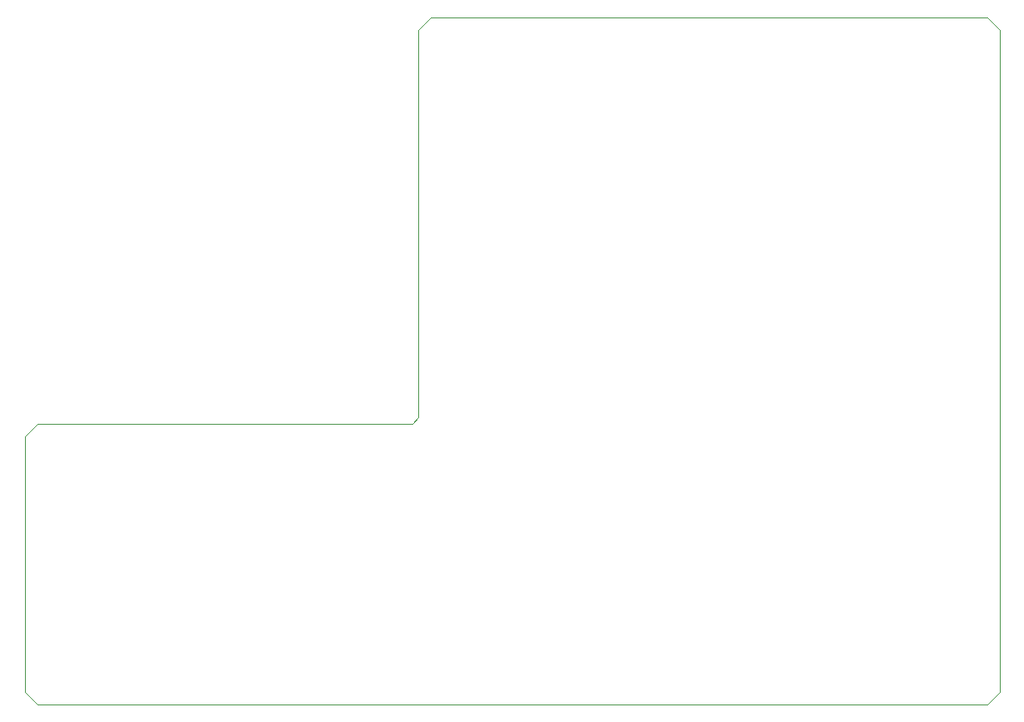
<source format=gm1>
G04 #@! TF.GenerationSoftware,KiCad,Pcbnew,(5.1.2-1)-1*
G04 #@! TF.CreationDate,2019-09-30T22:51:03+01:00*
G04 #@! TF.ProjectId,DRAM Board,4452414d-2042-46f6-9172-642e6b696361,rev?*
G04 #@! TF.SameCoordinates,Original*
G04 #@! TF.FileFunction,Profile,NP*
%FSLAX46Y46*%
G04 Gerber Fmt 4.6, Leading zero omitted, Abs format (unit mm)*
G04 Created by KiCad (PCBNEW (5.1.2-1)-1) date 2019-09-30 22:51:03*
%MOMM*%
%LPD*%
G04 APERTURE LIST*
%ADD10C,0.050000*%
G04 APERTURE END LIST*
D10*
X180975000Y-31750000D02*
X180975000Y-33020000D01*
X182245000Y-30480000D02*
X180975000Y-31750000D01*
X224790000Y-30480000D02*
X182245000Y-30480000D01*
X238760000Y-30480000D02*
X224790000Y-30480000D01*
X240030000Y-31750000D02*
X238760000Y-30480000D01*
X240030000Y-45720000D02*
X240030000Y-31750000D01*
X180340000Y-71755000D02*
X142875000Y-71755000D01*
X180975000Y-71120000D02*
X180975000Y-33020000D01*
X180340000Y-71755000D02*
X180975000Y-71120000D01*
X240030000Y-45720000D02*
X240030000Y-73660000D01*
X140970000Y-73025000D02*
X140970000Y-73660000D01*
X142240000Y-71755000D02*
X140970000Y-73025000D01*
X142875000Y-71755000D02*
X142240000Y-71755000D01*
X240030000Y-99060000D02*
X240030000Y-87630000D01*
X238760000Y-100330000D02*
X240030000Y-99060000D01*
X142240000Y-100330000D02*
X238760000Y-100330000D01*
X240030000Y-76835000D02*
X240030000Y-87630000D01*
X240030000Y-73660000D02*
X240030000Y-76835000D01*
X140970000Y-73660000D02*
X140970000Y-99060000D01*
X142240000Y-100330000D02*
X140970000Y-99060000D01*
M02*

</source>
